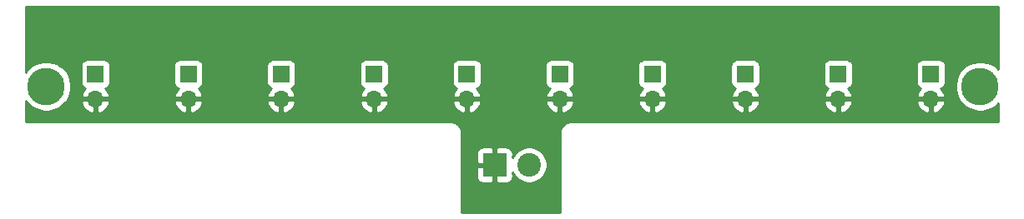
<source format=gbr>
G04 #@! TF.GenerationSoftware,KiCad,Pcbnew,(5.1.4)-1*
G04 #@! TF.CreationDate,2020-01-13T14:58:16-05:00*
G04 #@! TF.ProjectId,IRPanel,49525061-6e65-46c2-9e6b-696361645f70,rev?*
G04 #@! TF.SameCoordinates,Original*
G04 #@! TF.FileFunction,Copper,L2,Bot*
G04 #@! TF.FilePolarity,Positive*
%FSLAX46Y46*%
G04 Gerber Fmt 4.6, Leading zero omitted, Abs format (unit mm)*
G04 Created by KiCad (PCBNEW (5.1.4)-1) date 2020-01-13 14:58:16*
%MOMM*%
%LPD*%
G04 APERTURE LIST*
%ADD10O,1.700000X1.700000*%
%ADD11R,1.700000X1.700000*%
%ADD12C,3.800000*%
%ADD13C,2.400000*%
%ADD14R,2.400000X2.400000*%
%ADD15C,0.800000*%
%ADD16C,0.254000*%
G04 APERTURE END LIST*
D10*
X195250000Y-86040000D03*
D11*
X195250000Y-83500000D03*
D10*
X185833328Y-86040000D03*
D11*
X185833328Y-83500000D03*
D12*
X105500000Y-84750000D03*
X200250000Y-84750000D03*
D10*
X176416662Y-86040000D03*
D11*
X176416662Y-83500000D03*
D10*
X166999996Y-86040000D03*
D11*
X166999996Y-83500000D03*
D10*
X157583330Y-86040000D03*
D11*
X157583330Y-83500000D03*
D10*
X148166664Y-86040000D03*
D11*
X148166664Y-83500000D03*
D10*
X138749998Y-86040000D03*
D11*
X138749998Y-83500000D03*
D10*
X129333332Y-86040000D03*
D11*
X129333332Y-83500000D03*
D13*
X154500000Y-92750000D03*
D14*
X151000000Y-92750000D03*
D10*
X119916666Y-86040000D03*
D11*
X119916666Y-83500000D03*
D10*
X110500000Y-86040000D03*
D11*
X110500000Y-83500000D03*
D15*
X110490000Y-80250000D03*
X120470000Y-80250000D03*
X130450000Y-80250000D03*
X140430000Y-80250000D03*
X150410000Y-80250000D03*
X160390000Y-80250000D03*
X170370000Y-80250000D03*
X180350000Y-80250000D03*
X190330000Y-80250000D03*
X200310000Y-80250000D03*
D16*
G36*
X202090001Y-83004970D02*
G01*
X201865968Y-82780937D01*
X201450773Y-82503512D01*
X200989432Y-82312418D01*
X200499676Y-82215000D01*
X200000324Y-82215000D01*
X199510568Y-82312418D01*
X199049227Y-82503512D01*
X198634032Y-82780937D01*
X198280937Y-83134032D01*
X198003512Y-83549227D01*
X197812418Y-84010568D01*
X197715000Y-84500324D01*
X197715000Y-84999676D01*
X197812418Y-85489432D01*
X198003512Y-85950773D01*
X198280937Y-86365968D01*
X198634032Y-86719063D01*
X199049227Y-86996488D01*
X199510568Y-87187582D01*
X200000324Y-87285000D01*
X200499676Y-87285000D01*
X200989432Y-87187582D01*
X201450773Y-86996488D01*
X201865968Y-86719063D01*
X202090001Y-86495030D01*
X202090001Y-88340000D01*
X158717581Y-88340000D01*
X158689671Y-88342749D01*
X158686693Y-88342728D01*
X158677522Y-88343627D01*
X158629360Y-88348689D01*
X158620617Y-88349550D01*
X158620325Y-88349638D01*
X158580473Y-88353827D01*
X158521854Y-88365860D01*
X158463116Y-88377064D01*
X158454294Y-88379728D01*
X158361075Y-88408584D01*
X158305937Y-88431762D01*
X158250463Y-88454175D01*
X158242334Y-88458498D01*
X158242330Y-88458500D01*
X158242327Y-88458502D01*
X158156489Y-88504915D01*
X158106913Y-88538355D01*
X158056844Y-88571119D01*
X158049703Y-88576943D01*
X157974514Y-88639145D01*
X157932361Y-88681594D01*
X157889629Y-88723439D01*
X157883755Y-88730540D01*
X157822079Y-88806161D01*
X157788988Y-88855966D01*
X157755174Y-88905350D01*
X157750792Y-88913456D01*
X157704980Y-88999617D01*
X157682191Y-89054909D01*
X157658622Y-89109898D01*
X157655897Y-89118701D01*
X157627692Y-89212119D01*
X157616067Y-89270826D01*
X157603635Y-89329316D01*
X157602673Y-89338470D01*
X157602672Y-89338476D01*
X157602672Y-89338481D01*
X157593150Y-89435598D01*
X157590000Y-89467582D01*
X157590001Y-97590000D01*
X147660000Y-97590000D01*
X147660000Y-93950000D01*
X149161928Y-93950000D01*
X149174188Y-94074482D01*
X149210498Y-94194180D01*
X149269463Y-94304494D01*
X149348815Y-94401185D01*
X149445506Y-94480537D01*
X149555820Y-94539502D01*
X149675518Y-94575812D01*
X149800000Y-94588072D01*
X150714250Y-94585000D01*
X150873000Y-94426250D01*
X150873000Y-92877000D01*
X149323750Y-92877000D01*
X149165000Y-93035750D01*
X149161928Y-93950000D01*
X147660000Y-93950000D01*
X147660000Y-91550000D01*
X149161928Y-91550000D01*
X149165000Y-92464250D01*
X149323750Y-92623000D01*
X150873000Y-92623000D01*
X150873000Y-91073750D01*
X151127000Y-91073750D01*
X151127000Y-92623000D01*
X151147000Y-92623000D01*
X151147000Y-92877000D01*
X151127000Y-92877000D01*
X151127000Y-94426250D01*
X151285750Y-94585000D01*
X152200000Y-94588072D01*
X152324482Y-94575812D01*
X152444180Y-94539502D01*
X152554494Y-94480537D01*
X152651185Y-94401185D01*
X152730537Y-94304494D01*
X152789502Y-94194180D01*
X152825812Y-94074482D01*
X152838072Y-93950000D01*
X152836659Y-93529426D01*
X152873844Y-93619199D01*
X153074662Y-93919744D01*
X153330256Y-94175338D01*
X153630801Y-94376156D01*
X153964750Y-94514482D01*
X154319268Y-94585000D01*
X154680732Y-94585000D01*
X155035250Y-94514482D01*
X155369199Y-94376156D01*
X155669744Y-94175338D01*
X155925338Y-93919744D01*
X156126156Y-93619199D01*
X156264482Y-93285250D01*
X156335000Y-92930732D01*
X156335000Y-92569268D01*
X156264482Y-92214750D01*
X156126156Y-91880801D01*
X155925338Y-91580256D01*
X155669744Y-91324662D01*
X155369199Y-91123844D01*
X155035250Y-90985518D01*
X154680732Y-90915000D01*
X154319268Y-90915000D01*
X153964750Y-90985518D01*
X153630801Y-91123844D01*
X153330256Y-91324662D01*
X153074662Y-91580256D01*
X152873844Y-91880801D01*
X152836659Y-91970574D01*
X152838072Y-91550000D01*
X152825812Y-91425518D01*
X152789502Y-91305820D01*
X152730537Y-91195506D01*
X152651185Y-91098815D01*
X152554494Y-91019463D01*
X152444180Y-90960498D01*
X152324482Y-90924188D01*
X152200000Y-90911928D01*
X151285750Y-90915000D01*
X151127000Y-91073750D01*
X150873000Y-91073750D01*
X150714250Y-90915000D01*
X149800000Y-90911928D01*
X149675518Y-90924188D01*
X149555820Y-90960498D01*
X149445506Y-91019463D01*
X149348815Y-91098815D01*
X149269463Y-91195506D01*
X149210498Y-91305820D01*
X149174188Y-91425518D01*
X149161928Y-91550000D01*
X147660000Y-91550000D01*
X147660000Y-89467581D01*
X147657251Y-89439671D01*
X147657272Y-89436693D01*
X147656373Y-89427522D01*
X147651311Y-89379360D01*
X147650450Y-89370617D01*
X147650362Y-89370325D01*
X147646173Y-89330473D01*
X147634140Y-89271854D01*
X147622936Y-89213116D01*
X147620272Y-89204294D01*
X147591416Y-89111075D01*
X147568238Y-89055937D01*
X147545825Y-89000463D01*
X147541498Y-88992327D01*
X147495085Y-88906489D01*
X147461645Y-88856913D01*
X147428881Y-88806844D01*
X147423057Y-88799703D01*
X147360855Y-88724514D01*
X147318406Y-88682361D01*
X147276561Y-88639629D01*
X147269460Y-88633755D01*
X147193839Y-88572079D01*
X147144034Y-88538988D01*
X147094650Y-88505174D01*
X147086544Y-88500792D01*
X147000383Y-88454980D01*
X146945091Y-88432191D01*
X146890102Y-88408622D01*
X146881299Y-88405897D01*
X146787881Y-88377692D01*
X146729174Y-88366067D01*
X146670684Y-88353635D01*
X146661530Y-88352673D01*
X146661524Y-88352672D01*
X146661519Y-88352672D01*
X146564402Y-88343150D01*
X146532419Y-88340000D01*
X103410000Y-88340000D01*
X103410000Y-86184973D01*
X103530937Y-86365968D01*
X103884032Y-86719063D01*
X104299227Y-86996488D01*
X104760568Y-87187582D01*
X105250324Y-87285000D01*
X105749676Y-87285000D01*
X106239432Y-87187582D01*
X106700773Y-86996488D01*
X107115968Y-86719063D01*
X107438141Y-86396890D01*
X109058524Y-86396890D01*
X109103175Y-86544099D01*
X109228359Y-86806920D01*
X109402412Y-87040269D01*
X109618645Y-87235178D01*
X109868748Y-87384157D01*
X110143109Y-87481481D01*
X110373000Y-87360814D01*
X110373000Y-86167000D01*
X110627000Y-86167000D01*
X110627000Y-87360814D01*
X110856891Y-87481481D01*
X111131252Y-87384157D01*
X111381355Y-87235178D01*
X111597588Y-87040269D01*
X111771641Y-86806920D01*
X111896825Y-86544099D01*
X111941476Y-86396890D01*
X118475190Y-86396890D01*
X118519841Y-86544099D01*
X118645025Y-86806920D01*
X118819078Y-87040269D01*
X119035311Y-87235178D01*
X119285414Y-87384157D01*
X119559775Y-87481481D01*
X119789666Y-87360814D01*
X119789666Y-86167000D01*
X120043666Y-86167000D01*
X120043666Y-87360814D01*
X120273557Y-87481481D01*
X120547918Y-87384157D01*
X120798021Y-87235178D01*
X121014254Y-87040269D01*
X121188307Y-86806920D01*
X121313491Y-86544099D01*
X121358142Y-86396890D01*
X127891856Y-86396890D01*
X127936507Y-86544099D01*
X128061691Y-86806920D01*
X128235744Y-87040269D01*
X128451977Y-87235178D01*
X128702080Y-87384157D01*
X128976441Y-87481481D01*
X129206332Y-87360814D01*
X129206332Y-86167000D01*
X129460332Y-86167000D01*
X129460332Y-87360814D01*
X129690223Y-87481481D01*
X129964584Y-87384157D01*
X130214687Y-87235178D01*
X130430920Y-87040269D01*
X130604973Y-86806920D01*
X130730157Y-86544099D01*
X130774808Y-86396890D01*
X137308522Y-86396890D01*
X137353173Y-86544099D01*
X137478357Y-86806920D01*
X137652410Y-87040269D01*
X137868643Y-87235178D01*
X138118746Y-87384157D01*
X138393107Y-87481481D01*
X138622998Y-87360814D01*
X138622998Y-86167000D01*
X138876998Y-86167000D01*
X138876998Y-87360814D01*
X139106889Y-87481481D01*
X139381250Y-87384157D01*
X139631353Y-87235178D01*
X139847586Y-87040269D01*
X140021639Y-86806920D01*
X140146823Y-86544099D01*
X140191474Y-86396890D01*
X146725188Y-86396890D01*
X146769839Y-86544099D01*
X146895023Y-86806920D01*
X147069076Y-87040269D01*
X147285309Y-87235178D01*
X147535412Y-87384157D01*
X147809773Y-87481481D01*
X148039664Y-87360814D01*
X148039664Y-86167000D01*
X148293664Y-86167000D01*
X148293664Y-87360814D01*
X148523555Y-87481481D01*
X148797916Y-87384157D01*
X149048019Y-87235178D01*
X149264252Y-87040269D01*
X149438305Y-86806920D01*
X149563489Y-86544099D01*
X149608140Y-86396890D01*
X156141854Y-86396890D01*
X156186505Y-86544099D01*
X156311689Y-86806920D01*
X156485742Y-87040269D01*
X156701975Y-87235178D01*
X156952078Y-87384157D01*
X157226439Y-87481481D01*
X157456330Y-87360814D01*
X157456330Y-86167000D01*
X157710330Y-86167000D01*
X157710330Y-87360814D01*
X157940221Y-87481481D01*
X158214582Y-87384157D01*
X158464685Y-87235178D01*
X158680918Y-87040269D01*
X158854971Y-86806920D01*
X158980155Y-86544099D01*
X159024806Y-86396890D01*
X165558520Y-86396890D01*
X165603171Y-86544099D01*
X165728355Y-86806920D01*
X165902408Y-87040269D01*
X166118641Y-87235178D01*
X166368744Y-87384157D01*
X166643105Y-87481481D01*
X166872996Y-87360814D01*
X166872996Y-86167000D01*
X167126996Y-86167000D01*
X167126996Y-87360814D01*
X167356887Y-87481481D01*
X167631248Y-87384157D01*
X167881351Y-87235178D01*
X168097584Y-87040269D01*
X168271637Y-86806920D01*
X168396821Y-86544099D01*
X168441472Y-86396890D01*
X174975186Y-86396890D01*
X175019837Y-86544099D01*
X175145021Y-86806920D01*
X175319074Y-87040269D01*
X175535307Y-87235178D01*
X175785410Y-87384157D01*
X176059771Y-87481481D01*
X176289662Y-87360814D01*
X176289662Y-86167000D01*
X176543662Y-86167000D01*
X176543662Y-87360814D01*
X176773553Y-87481481D01*
X177047914Y-87384157D01*
X177298017Y-87235178D01*
X177514250Y-87040269D01*
X177688303Y-86806920D01*
X177813487Y-86544099D01*
X177858138Y-86396890D01*
X184391852Y-86396890D01*
X184436503Y-86544099D01*
X184561687Y-86806920D01*
X184735740Y-87040269D01*
X184951973Y-87235178D01*
X185202076Y-87384157D01*
X185476437Y-87481481D01*
X185706328Y-87360814D01*
X185706328Y-86167000D01*
X185960328Y-86167000D01*
X185960328Y-87360814D01*
X186190219Y-87481481D01*
X186464580Y-87384157D01*
X186714683Y-87235178D01*
X186930916Y-87040269D01*
X187104969Y-86806920D01*
X187230153Y-86544099D01*
X187274804Y-86396890D01*
X193808524Y-86396890D01*
X193853175Y-86544099D01*
X193978359Y-86806920D01*
X194152412Y-87040269D01*
X194368645Y-87235178D01*
X194618748Y-87384157D01*
X194893109Y-87481481D01*
X195123000Y-87360814D01*
X195123000Y-86167000D01*
X195377000Y-86167000D01*
X195377000Y-87360814D01*
X195606891Y-87481481D01*
X195881252Y-87384157D01*
X196131355Y-87235178D01*
X196347588Y-87040269D01*
X196521641Y-86806920D01*
X196646825Y-86544099D01*
X196691476Y-86396890D01*
X196570155Y-86167000D01*
X195377000Y-86167000D01*
X195123000Y-86167000D01*
X193929845Y-86167000D01*
X193808524Y-86396890D01*
X187274804Y-86396890D01*
X187153483Y-86167000D01*
X185960328Y-86167000D01*
X185706328Y-86167000D01*
X184513173Y-86167000D01*
X184391852Y-86396890D01*
X177858138Y-86396890D01*
X177736817Y-86167000D01*
X176543662Y-86167000D01*
X176289662Y-86167000D01*
X175096507Y-86167000D01*
X174975186Y-86396890D01*
X168441472Y-86396890D01*
X168320151Y-86167000D01*
X167126996Y-86167000D01*
X166872996Y-86167000D01*
X165679841Y-86167000D01*
X165558520Y-86396890D01*
X159024806Y-86396890D01*
X158903485Y-86167000D01*
X157710330Y-86167000D01*
X157456330Y-86167000D01*
X156263175Y-86167000D01*
X156141854Y-86396890D01*
X149608140Y-86396890D01*
X149486819Y-86167000D01*
X148293664Y-86167000D01*
X148039664Y-86167000D01*
X146846509Y-86167000D01*
X146725188Y-86396890D01*
X140191474Y-86396890D01*
X140070153Y-86167000D01*
X138876998Y-86167000D01*
X138622998Y-86167000D01*
X137429843Y-86167000D01*
X137308522Y-86396890D01*
X130774808Y-86396890D01*
X130653487Y-86167000D01*
X129460332Y-86167000D01*
X129206332Y-86167000D01*
X128013177Y-86167000D01*
X127891856Y-86396890D01*
X121358142Y-86396890D01*
X121236821Y-86167000D01*
X120043666Y-86167000D01*
X119789666Y-86167000D01*
X118596511Y-86167000D01*
X118475190Y-86396890D01*
X111941476Y-86396890D01*
X111820155Y-86167000D01*
X110627000Y-86167000D01*
X110373000Y-86167000D01*
X109179845Y-86167000D01*
X109058524Y-86396890D01*
X107438141Y-86396890D01*
X107469063Y-86365968D01*
X107746488Y-85950773D01*
X107937582Y-85489432D01*
X108035000Y-84999676D01*
X108035000Y-84500324D01*
X107937582Y-84010568D01*
X107746488Y-83549227D01*
X107469063Y-83134032D01*
X107115968Y-82780937D01*
X106920008Y-82650000D01*
X109011928Y-82650000D01*
X109011928Y-84350000D01*
X109024188Y-84474482D01*
X109060498Y-84594180D01*
X109119463Y-84704494D01*
X109198815Y-84801185D01*
X109295506Y-84880537D01*
X109405820Y-84939502D01*
X109486466Y-84963966D01*
X109402412Y-85039731D01*
X109228359Y-85273080D01*
X109103175Y-85535901D01*
X109058524Y-85683110D01*
X109179845Y-85913000D01*
X110373000Y-85913000D01*
X110373000Y-85893000D01*
X110627000Y-85893000D01*
X110627000Y-85913000D01*
X111820155Y-85913000D01*
X111941476Y-85683110D01*
X111896825Y-85535901D01*
X111771641Y-85273080D01*
X111597588Y-85039731D01*
X111513534Y-84963966D01*
X111594180Y-84939502D01*
X111704494Y-84880537D01*
X111801185Y-84801185D01*
X111880537Y-84704494D01*
X111939502Y-84594180D01*
X111975812Y-84474482D01*
X111988072Y-84350000D01*
X111988072Y-82650000D01*
X118428594Y-82650000D01*
X118428594Y-84350000D01*
X118440854Y-84474482D01*
X118477164Y-84594180D01*
X118536129Y-84704494D01*
X118615481Y-84801185D01*
X118712172Y-84880537D01*
X118822486Y-84939502D01*
X118903132Y-84963966D01*
X118819078Y-85039731D01*
X118645025Y-85273080D01*
X118519841Y-85535901D01*
X118475190Y-85683110D01*
X118596511Y-85913000D01*
X119789666Y-85913000D01*
X119789666Y-85893000D01*
X120043666Y-85893000D01*
X120043666Y-85913000D01*
X121236821Y-85913000D01*
X121358142Y-85683110D01*
X121313491Y-85535901D01*
X121188307Y-85273080D01*
X121014254Y-85039731D01*
X120930200Y-84963966D01*
X121010846Y-84939502D01*
X121121160Y-84880537D01*
X121217851Y-84801185D01*
X121297203Y-84704494D01*
X121356168Y-84594180D01*
X121392478Y-84474482D01*
X121404738Y-84350000D01*
X121404738Y-82650000D01*
X127845260Y-82650000D01*
X127845260Y-84350000D01*
X127857520Y-84474482D01*
X127893830Y-84594180D01*
X127952795Y-84704494D01*
X128032147Y-84801185D01*
X128128838Y-84880537D01*
X128239152Y-84939502D01*
X128319798Y-84963966D01*
X128235744Y-85039731D01*
X128061691Y-85273080D01*
X127936507Y-85535901D01*
X127891856Y-85683110D01*
X128013177Y-85913000D01*
X129206332Y-85913000D01*
X129206332Y-85893000D01*
X129460332Y-85893000D01*
X129460332Y-85913000D01*
X130653487Y-85913000D01*
X130774808Y-85683110D01*
X130730157Y-85535901D01*
X130604973Y-85273080D01*
X130430920Y-85039731D01*
X130346866Y-84963966D01*
X130427512Y-84939502D01*
X130537826Y-84880537D01*
X130634517Y-84801185D01*
X130713869Y-84704494D01*
X130772834Y-84594180D01*
X130809144Y-84474482D01*
X130821404Y-84350000D01*
X130821404Y-82650000D01*
X137261926Y-82650000D01*
X137261926Y-84350000D01*
X137274186Y-84474482D01*
X137310496Y-84594180D01*
X137369461Y-84704494D01*
X137448813Y-84801185D01*
X137545504Y-84880537D01*
X137655818Y-84939502D01*
X137736464Y-84963966D01*
X137652410Y-85039731D01*
X137478357Y-85273080D01*
X137353173Y-85535901D01*
X137308522Y-85683110D01*
X137429843Y-85913000D01*
X138622998Y-85913000D01*
X138622998Y-85893000D01*
X138876998Y-85893000D01*
X138876998Y-85913000D01*
X140070153Y-85913000D01*
X140191474Y-85683110D01*
X140146823Y-85535901D01*
X140021639Y-85273080D01*
X139847586Y-85039731D01*
X139763532Y-84963966D01*
X139844178Y-84939502D01*
X139954492Y-84880537D01*
X140051183Y-84801185D01*
X140130535Y-84704494D01*
X140189500Y-84594180D01*
X140225810Y-84474482D01*
X140238070Y-84350000D01*
X140238070Y-82650000D01*
X146678592Y-82650000D01*
X146678592Y-84350000D01*
X146690852Y-84474482D01*
X146727162Y-84594180D01*
X146786127Y-84704494D01*
X146865479Y-84801185D01*
X146962170Y-84880537D01*
X147072484Y-84939502D01*
X147153130Y-84963966D01*
X147069076Y-85039731D01*
X146895023Y-85273080D01*
X146769839Y-85535901D01*
X146725188Y-85683110D01*
X146846509Y-85913000D01*
X148039664Y-85913000D01*
X148039664Y-85893000D01*
X148293664Y-85893000D01*
X148293664Y-85913000D01*
X149486819Y-85913000D01*
X149608140Y-85683110D01*
X149563489Y-85535901D01*
X149438305Y-85273080D01*
X149264252Y-85039731D01*
X149180198Y-84963966D01*
X149260844Y-84939502D01*
X149371158Y-84880537D01*
X149467849Y-84801185D01*
X149547201Y-84704494D01*
X149606166Y-84594180D01*
X149642476Y-84474482D01*
X149654736Y-84350000D01*
X149654736Y-82650000D01*
X156095258Y-82650000D01*
X156095258Y-84350000D01*
X156107518Y-84474482D01*
X156143828Y-84594180D01*
X156202793Y-84704494D01*
X156282145Y-84801185D01*
X156378836Y-84880537D01*
X156489150Y-84939502D01*
X156569796Y-84963966D01*
X156485742Y-85039731D01*
X156311689Y-85273080D01*
X156186505Y-85535901D01*
X156141854Y-85683110D01*
X156263175Y-85913000D01*
X157456330Y-85913000D01*
X157456330Y-85893000D01*
X157710330Y-85893000D01*
X157710330Y-85913000D01*
X158903485Y-85913000D01*
X159024806Y-85683110D01*
X158980155Y-85535901D01*
X158854971Y-85273080D01*
X158680918Y-85039731D01*
X158596864Y-84963966D01*
X158677510Y-84939502D01*
X158787824Y-84880537D01*
X158884515Y-84801185D01*
X158963867Y-84704494D01*
X159022832Y-84594180D01*
X159059142Y-84474482D01*
X159071402Y-84350000D01*
X159071402Y-82650000D01*
X165511924Y-82650000D01*
X165511924Y-84350000D01*
X165524184Y-84474482D01*
X165560494Y-84594180D01*
X165619459Y-84704494D01*
X165698811Y-84801185D01*
X165795502Y-84880537D01*
X165905816Y-84939502D01*
X165986462Y-84963966D01*
X165902408Y-85039731D01*
X165728355Y-85273080D01*
X165603171Y-85535901D01*
X165558520Y-85683110D01*
X165679841Y-85913000D01*
X166872996Y-85913000D01*
X166872996Y-85893000D01*
X167126996Y-85893000D01*
X167126996Y-85913000D01*
X168320151Y-85913000D01*
X168441472Y-85683110D01*
X168396821Y-85535901D01*
X168271637Y-85273080D01*
X168097584Y-85039731D01*
X168013530Y-84963966D01*
X168094176Y-84939502D01*
X168204490Y-84880537D01*
X168301181Y-84801185D01*
X168380533Y-84704494D01*
X168439498Y-84594180D01*
X168475808Y-84474482D01*
X168488068Y-84350000D01*
X168488068Y-82650000D01*
X174928590Y-82650000D01*
X174928590Y-84350000D01*
X174940850Y-84474482D01*
X174977160Y-84594180D01*
X175036125Y-84704494D01*
X175115477Y-84801185D01*
X175212168Y-84880537D01*
X175322482Y-84939502D01*
X175403128Y-84963966D01*
X175319074Y-85039731D01*
X175145021Y-85273080D01*
X175019837Y-85535901D01*
X174975186Y-85683110D01*
X175096507Y-85913000D01*
X176289662Y-85913000D01*
X176289662Y-85893000D01*
X176543662Y-85893000D01*
X176543662Y-85913000D01*
X177736817Y-85913000D01*
X177858138Y-85683110D01*
X177813487Y-85535901D01*
X177688303Y-85273080D01*
X177514250Y-85039731D01*
X177430196Y-84963966D01*
X177510842Y-84939502D01*
X177621156Y-84880537D01*
X177717847Y-84801185D01*
X177797199Y-84704494D01*
X177856164Y-84594180D01*
X177892474Y-84474482D01*
X177904734Y-84350000D01*
X177904734Y-82650000D01*
X184345256Y-82650000D01*
X184345256Y-84350000D01*
X184357516Y-84474482D01*
X184393826Y-84594180D01*
X184452791Y-84704494D01*
X184532143Y-84801185D01*
X184628834Y-84880537D01*
X184739148Y-84939502D01*
X184819794Y-84963966D01*
X184735740Y-85039731D01*
X184561687Y-85273080D01*
X184436503Y-85535901D01*
X184391852Y-85683110D01*
X184513173Y-85913000D01*
X185706328Y-85913000D01*
X185706328Y-85893000D01*
X185960328Y-85893000D01*
X185960328Y-85913000D01*
X187153483Y-85913000D01*
X187274804Y-85683110D01*
X187230153Y-85535901D01*
X187104969Y-85273080D01*
X186930916Y-85039731D01*
X186846862Y-84963966D01*
X186927508Y-84939502D01*
X187037822Y-84880537D01*
X187134513Y-84801185D01*
X187213865Y-84704494D01*
X187272830Y-84594180D01*
X187309140Y-84474482D01*
X187321400Y-84350000D01*
X187321400Y-82650000D01*
X193761928Y-82650000D01*
X193761928Y-84350000D01*
X193774188Y-84474482D01*
X193810498Y-84594180D01*
X193869463Y-84704494D01*
X193948815Y-84801185D01*
X194045506Y-84880537D01*
X194155820Y-84939502D01*
X194236466Y-84963966D01*
X194152412Y-85039731D01*
X193978359Y-85273080D01*
X193853175Y-85535901D01*
X193808524Y-85683110D01*
X193929845Y-85913000D01*
X195123000Y-85913000D01*
X195123000Y-85893000D01*
X195377000Y-85893000D01*
X195377000Y-85913000D01*
X196570155Y-85913000D01*
X196691476Y-85683110D01*
X196646825Y-85535901D01*
X196521641Y-85273080D01*
X196347588Y-85039731D01*
X196263534Y-84963966D01*
X196344180Y-84939502D01*
X196454494Y-84880537D01*
X196551185Y-84801185D01*
X196630537Y-84704494D01*
X196689502Y-84594180D01*
X196725812Y-84474482D01*
X196738072Y-84350000D01*
X196738072Y-82650000D01*
X196725812Y-82525518D01*
X196689502Y-82405820D01*
X196630537Y-82295506D01*
X196551185Y-82198815D01*
X196454494Y-82119463D01*
X196344180Y-82060498D01*
X196224482Y-82024188D01*
X196100000Y-82011928D01*
X194400000Y-82011928D01*
X194275518Y-82024188D01*
X194155820Y-82060498D01*
X194045506Y-82119463D01*
X193948815Y-82198815D01*
X193869463Y-82295506D01*
X193810498Y-82405820D01*
X193774188Y-82525518D01*
X193761928Y-82650000D01*
X187321400Y-82650000D01*
X187309140Y-82525518D01*
X187272830Y-82405820D01*
X187213865Y-82295506D01*
X187134513Y-82198815D01*
X187037822Y-82119463D01*
X186927508Y-82060498D01*
X186807810Y-82024188D01*
X186683328Y-82011928D01*
X184983328Y-82011928D01*
X184858846Y-82024188D01*
X184739148Y-82060498D01*
X184628834Y-82119463D01*
X184532143Y-82198815D01*
X184452791Y-82295506D01*
X184393826Y-82405820D01*
X184357516Y-82525518D01*
X184345256Y-82650000D01*
X177904734Y-82650000D01*
X177892474Y-82525518D01*
X177856164Y-82405820D01*
X177797199Y-82295506D01*
X177717847Y-82198815D01*
X177621156Y-82119463D01*
X177510842Y-82060498D01*
X177391144Y-82024188D01*
X177266662Y-82011928D01*
X175566662Y-82011928D01*
X175442180Y-82024188D01*
X175322482Y-82060498D01*
X175212168Y-82119463D01*
X175115477Y-82198815D01*
X175036125Y-82295506D01*
X174977160Y-82405820D01*
X174940850Y-82525518D01*
X174928590Y-82650000D01*
X168488068Y-82650000D01*
X168475808Y-82525518D01*
X168439498Y-82405820D01*
X168380533Y-82295506D01*
X168301181Y-82198815D01*
X168204490Y-82119463D01*
X168094176Y-82060498D01*
X167974478Y-82024188D01*
X167849996Y-82011928D01*
X166149996Y-82011928D01*
X166025514Y-82024188D01*
X165905816Y-82060498D01*
X165795502Y-82119463D01*
X165698811Y-82198815D01*
X165619459Y-82295506D01*
X165560494Y-82405820D01*
X165524184Y-82525518D01*
X165511924Y-82650000D01*
X159071402Y-82650000D01*
X159059142Y-82525518D01*
X159022832Y-82405820D01*
X158963867Y-82295506D01*
X158884515Y-82198815D01*
X158787824Y-82119463D01*
X158677510Y-82060498D01*
X158557812Y-82024188D01*
X158433330Y-82011928D01*
X156733330Y-82011928D01*
X156608848Y-82024188D01*
X156489150Y-82060498D01*
X156378836Y-82119463D01*
X156282145Y-82198815D01*
X156202793Y-82295506D01*
X156143828Y-82405820D01*
X156107518Y-82525518D01*
X156095258Y-82650000D01*
X149654736Y-82650000D01*
X149642476Y-82525518D01*
X149606166Y-82405820D01*
X149547201Y-82295506D01*
X149467849Y-82198815D01*
X149371158Y-82119463D01*
X149260844Y-82060498D01*
X149141146Y-82024188D01*
X149016664Y-82011928D01*
X147316664Y-82011928D01*
X147192182Y-82024188D01*
X147072484Y-82060498D01*
X146962170Y-82119463D01*
X146865479Y-82198815D01*
X146786127Y-82295506D01*
X146727162Y-82405820D01*
X146690852Y-82525518D01*
X146678592Y-82650000D01*
X140238070Y-82650000D01*
X140225810Y-82525518D01*
X140189500Y-82405820D01*
X140130535Y-82295506D01*
X140051183Y-82198815D01*
X139954492Y-82119463D01*
X139844178Y-82060498D01*
X139724480Y-82024188D01*
X139599998Y-82011928D01*
X137899998Y-82011928D01*
X137775516Y-82024188D01*
X137655818Y-82060498D01*
X137545504Y-82119463D01*
X137448813Y-82198815D01*
X137369461Y-82295506D01*
X137310496Y-82405820D01*
X137274186Y-82525518D01*
X137261926Y-82650000D01*
X130821404Y-82650000D01*
X130809144Y-82525518D01*
X130772834Y-82405820D01*
X130713869Y-82295506D01*
X130634517Y-82198815D01*
X130537826Y-82119463D01*
X130427512Y-82060498D01*
X130307814Y-82024188D01*
X130183332Y-82011928D01*
X128483332Y-82011928D01*
X128358850Y-82024188D01*
X128239152Y-82060498D01*
X128128838Y-82119463D01*
X128032147Y-82198815D01*
X127952795Y-82295506D01*
X127893830Y-82405820D01*
X127857520Y-82525518D01*
X127845260Y-82650000D01*
X121404738Y-82650000D01*
X121392478Y-82525518D01*
X121356168Y-82405820D01*
X121297203Y-82295506D01*
X121217851Y-82198815D01*
X121121160Y-82119463D01*
X121010846Y-82060498D01*
X120891148Y-82024188D01*
X120766666Y-82011928D01*
X119066666Y-82011928D01*
X118942184Y-82024188D01*
X118822486Y-82060498D01*
X118712172Y-82119463D01*
X118615481Y-82198815D01*
X118536129Y-82295506D01*
X118477164Y-82405820D01*
X118440854Y-82525518D01*
X118428594Y-82650000D01*
X111988072Y-82650000D01*
X111975812Y-82525518D01*
X111939502Y-82405820D01*
X111880537Y-82295506D01*
X111801185Y-82198815D01*
X111704494Y-82119463D01*
X111594180Y-82060498D01*
X111474482Y-82024188D01*
X111350000Y-82011928D01*
X109650000Y-82011928D01*
X109525518Y-82024188D01*
X109405820Y-82060498D01*
X109295506Y-82119463D01*
X109198815Y-82198815D01*
X109119463Y-82295506D01*
X109060498Y-82405820D01*
X109024188Y-82525518D01*
X109011928Y-82650000D01*
X106920008Y-82650000D01*
X106700773Y-82503512D01*
X106239432Y-82312418D01*
X105749676Y-82215000D01*
X105250324Y-82215000D01*
X104760568Y-82312418D01*
X104299227Y-82503512D01*
X103884032Y-82780937D01*
X103530937Y-83134032D01*
X103410000Y-83315027D01*
X103410000Y-76660000D01*
X202090000Y-76660000D01*
X202090001Y-83004970D01*
X202090001Y-83004970D01*
G37*
X202090001Y-83004970D02*
X201865968Y-82780937D01*
X201450773Y-82503512D01*
X200989432Y-82312418D01*
X200499676Y-82215000D01*
X200000324Y-82215000D01*
X199510568Y-82312418D01*
X199049227Y-82503512D01*
X198634032Y-82780937D01*
X198280937Y-83134032D01*
X198003512Y-83549227D01*
X197812418Y-84010568D01*
X197715000Y-84500324D01*
X197715000Y-84999676D01*
X197812418Y-85489432D01*
X198003512Y-85950773D01*
X198280937Y-86365968D01*
X198634032Y-86719063D01*
X199049227Y-86996488D01*
X199510568Y-87187582D01*
X200000324Y-87285000D01*
X200499676Y-87285000D01*
X200989432Y-87187582D01*
X201450773Y-86996488D01*
X201865968Y-86719063D01*
X202090001Y-86495030D01*
X202090001Y-88340000D01*
X158717581Y-88340000D01*
X158689671Y-88342749D01*
X158686693Y-88342728D01*
X158677522Y-88343627D01*
X158629360Y-88348689D01*
X158620617Y-88349550D01*
X158620325Y-88349638D01*
X158580473Y-88353827D01*
X158521854Y-88365860D01*
X158463116Y-88377064D01*
X158454294Y-88379728D01*
X158361075Y-88408584D01*
X158305937Y-88431762D01*
X158250463Y-88454175D01*
X158242334Y-88458498D01*
X158242330Y-88458500D01*
X158242327Y-88458502D01*
X158156489Y-88504915D01*
X158106913Y-88538355D01*
X158056844Y-88571119D01*
X158049703Y-88576943D01*
X157974514Y-88639145D01*
X157932361Y-88681594D01*
X157889629Y-88723439D01*
X157883755Y-88730540D01*
X157822079Y-88806161D01*
X157788988Y-88855966D01*
X157755174Y-88905350D01*
X157750792Y-88913456D01*
X157704980Y-88999617D01*
X157682191Y-89054909D01*
X157658622Y-89109898D01*
X157655897Y-89118701D01*
X157627692Y-89212119D01*
X157616067Y-89270826D01*
X157603635Y-89329316D01*
X157602673Y-89338470D01*
X157602672Y-89338476D01*
X157602672Y-89338481D01*
X157593150Y-89435598D01*
X157590000Y-89467582D01*
X157590001Y-97590000D01*
X147660000Y-97590000D01*
X147660000Y-93950000D01*
X149161928Y-93950000D01*
X149174188Y-94074482D01*
X149210498Y-94194180D01*
X149269463Y-94304494D01*
X149348815Y-94401185D01*
X149445506Y-94480537D01*
X149555820Y-94539502D01*
X149675518Y-94575812D01*
X149800000Y-94588072D01*
X150714250Y-94585000D01*
X150873000Y-94426250D01*
X150873000Y-92877000D01*
X149323750Y-92877000D01*
X149165000Y-93035750D01*
X149161928Y-93950000D01*
X147660000Y-93950000D01*
X147660000Y-91550000D01*
X149161928Y-91550000D01*
X149165000Y-92464250D01*
X149323750Y-92623000D01*
X150873000Y-92623000D01*
X150873000Y-91073750D01*
X151127000Y-91073750D01*
X151127000Y-92623000D01*
X151147000Y-92623000D01*
X151147000Y-92877000D01*
X151127000Y-92877000D01*
X151127000Y-94426250D01*
X151285750Y-94585000D01*
X152200000Y-94588072D01*
X152324482Y-94575812D01*
X152444180Y-94539502D01*
X152554494Y-94480537D01*
X152651185Y-94401185D01*
X152730537Y-94304494D01*
X152789502Y-94194180D01*
X152825812Y-94074482D01*
X152838072Y-93950000D01*
X152836659Y-93529426D01*
X152873844Y-93619199D01*
X153074662Y-93919744D01*
X153330256Y-94175338D01*
X153630801Y-94376156D01*
X153964750Y-94514482D01*
X154319268Y-94585000D01*
X154680732Y-94585000D01*
X155035250Y-94514482D01*
X155369199Y-94376156D01*
X155669744Y-94175338D01*
X155925338Y-93919744D01*
X156126156Y-93619199D01*
X156264482Y-93285250D01*
X156335000Y-92930732D01*
X156335000Y-92569268D01*
X156264482Y-92214750D01*
X156126156Y-91880801D01*
X155925338Y-91580256D01*
X155669744Y-91324662D01*
X155369199Y-91123844D01*
X155035250Y-90985518D01*
X154680732Y-90915000D01*
X154319268Y-90915000D01*
X153964750Y-90985518D01*
X153630801Y-91123844D01*
X153330256Y-91324662D01*
X153074662Y-91580256D01*
X152873844Y-91880801D01*
X152836659Y-91970574D01*
X152838072Y-91550000D01*
X152825812Y-91425518D01*
X152789502Y-91305820D01*
X152730537Y-91195506D01*
X152651185Y-91098815D01*
X152554494Y-91019463D01*
X152444180Y-90960498D01*
X152324482Y-90924188D01*
X152200000Y-90911928D01*
X151285750Y-90915000D01*
X151127000Y-91073750D01*
X150873000Y-91073750D01*
X150714250Y-90915000D01*
X149800000Y-90911928D01*
X149675518Y-90924188D01*
X149555820Y-90960498D01*
X149445506Y-91019463D01*
X149348815Y-91098815D01*
X149269463Y-91195506D01*
X149210498Y-91305820D01*
X149174188Y-91425518D01*
X149161928Y-91550000D01*
X147660000Y-91550000D01*
X147660000Y-89467581D01*
X147657251Y-89439671D01*
X147657272Y-89436693D01*
X147656373Y-89427522D01*
X147651311Y-89379360D01*
X147650450Y-89370617D01*
X147650362Y-89370325D01*
X147646173Y-89330473D01*
X147634140Y-89271854D01*
X147622936Y-89213116D01*
X147620272Y-89204294D01*
X147591416Y-89111075D01*
X147568238Y-89055937D01*
X147545825Y-89000463D01*
X147541498Y-88992327D01*
X147495085Y-88906489D01*
X147461645Y-88856913D01*
X147428881Y-88806844D01*
X147423057Y-88799703D01*
X147360855Y-88724514D01*
X147318406Y-88682361D01*
X147276561Y-88639629D01*
X147269460Y-88633755D01*
X147193839Y-88572079D01*
X147144034Y-88538988D01*
X147094650Y-88505174D01*
X147086544Y-88500792D01*
X147000383Y-88454980D01*
X146945091Y-88432191D01*
X146890102Y-88408622D01*
X146881299Y-88405897D01*
X146787881Y-88377692D01*
X146729174Y-88366067D01*
X146670684Y-88353635D01*
X146661530Y-88352673D01*
X146661524Y-88352672D01*
X146661519Y-88352672D01*
X146564402Y-88343150D01*
X146532419Y-88340000D01*
X103410000Y-88340000D01*
X103410000Y-86184973D01*
X103530937Y-86365968D01*
X103884032Y-86719063D01*
X104299227Y-86996488D01*
X104760568Y-87187582D01*
X105250324Y-87285000D01*
X105749676Y-87285000D01*
X106239432Y-87187582D01*
X106700773Y-86996488D01*
X107115968Y-86719063D01*
X107438141Y-86396890D01*
X109058524Y-86396890D01*
X109103175Y-86544099D01*
X109228359Y-86806920D01*
X109402412Y-87040269D01*
X109618645Y-87235178D01*
X109868748Y-87384157D01*
X110143109Y-87481481D01*
X110373000Y-87360814D01*
X110373000Y-86167000D01*
X110627000Y-86167000D01*
X110627000Y-87360814D01*
X110856891Y-87481481D01*
X111131252Y-87384157D01*
X111381355Y-87235178D01*
X111597588Y-87040269D01*
X111771641Y-86806920D01*
X111896825Y-86544099D01*
X111941476Y-86396890D01*
X118475190Y-86396890D01*
X118519841Y-86544099D01*
X118645025Y-86806920D01*
X118819078Y-87040269D01*
X119035311Y-87235178D01*
X119285414Y-87384157D01*
X119559775Y-87481481D01*
X119789666Y-87360814D01*
X119789666Y-86167000D01*
X120043666Y-86167000D01*
X120043666Y-87360814D01*
X120273557Y-87481481D01*
X120547918Y-87384157D01*
X120798021Y-87235178D01*
X121014254Y-87040269D01*
X121188307Y-86806920D01*
X121313491Y-86544099D01*
X121358142Y-86396890D01*
X127891856Y-86396890D01*
X127936507Y-86544099D01*
X128061691Y-86806920D01*
X128235744Y-87040269D01*
X128451977Y-87235178D01*
X128702080Y-87384157D01*
X128976441Y-87481481D01*
X129206332Y-87360814D01*
X129206332Y-86167000D01*
X129460332Y-86167000D01*
X129460332Y-87360814D01*
X129690223Y-87481481D01*
X129964584Y-87384157D01*
X130214687Y-87235178D01*
X130430920Y-87040269D01*
X130604973Y-86806920D01*
X130730157Y-86544099D01*
X130774808Y-86396890D01*
X137308522Y-86396890D01*
X137353173Y-86544099D01*
X137478357Y-86806920D01*
X137652410Y-87040269D01*
X137868643Y-87235178D01*
X138118746Y-87384157D01*
X138393107Y-87481481D01*
X138622998Y-87360814D01*
X138622998Y-86167000D01*
X138876998Y-86167000D01*
X138876998Y-87360814D01*
X139106889Y-87481481D01*
X139381250Y-87384157D01*
X139631353Y-87235178D01*
X139847586Y-87040269D01*
X140021639Y-86806920D01*
X140146823Y-86544099D01*
X140191474Y-86396890D01*
X146725188Y-86396890D01*
X146769839Y-86544099D01*
X146895023Y-86806920D01*
X147069076Y-87040269D01*
X147285309Y-87235178D01*
X147535412Y-87384157D01*
X147809773Y-87481481D01*
X148039664Y-87360814D01*
X148039664Y-86167000D01*
X148293664Y-86167000D01*
X148293664Y-87360814D01*
X148523555Y-87481481D01*
X148797916Y-87384157D01*
X149048019Y-87235178D01*
X149264252Y-87040269D01*
X149438305Y-86806920D01*
X149563489Y-86544099D01*
X149608140Y-86396890D01*
X156141854Y-86396890D01*
X156186505Y-86544099D01*
X156311689Y-86806920D01*
X156485742Y-87040269D01*
X156701975Y-87235178D01*
X156952078Y-87384157D01*
X157226439Y-87481481D01*
X157456330Y-87360814D01*
X157456330Y-86167000D01*
X157710330Y-86167000D01*
X157710330Y-87360814D01*
X157940221Y-87481481D01*
X158214582Y-87384157D01*
X158464685Y-87235178D01*
X158680918Y-87040269D01*
X158854971Y-86806920D01*
X158980155Y-86544099D01*
X159024806Y-86396890D01*
X165558520Y-86396890D01*
X165603171Y-86544099D01*
X165728355Y-86806920D01*
X165902408Y-87040269D01*
X166118641Y-87235178D01*
X166368744Y-87384157D01*
X166643105Y-87481481D01*
X166872996Y-87360814D01*
X166872996Y-86167000D01*
X167126996Y-86167000D01*
X167126996Y-87360814D01*
X167356887Y-87481481D01*
X167631248Y-87384157D01*
X167881351Y-87235178D01*
X168097584Y-87040269D01*
X168271637Y-86806920D01*
X168396821Y-86544099D01*
X168441472Y-86396890D01*
X174975186Y-86396890D01*
X175019837Y-86544099D01*
X175145021Y-86806920D01*
X175319074Y-87040269D01*
X175535307Y-87235178D01*
X175785410Y-87384157D01*
X176059771Y-87481481D01*
X176289662Y-87360814D01*
X176289662Y-86167000D01*
X176543662Y-86167000D01*
X176543662Y-87360814D01*
X176773553Y-87481481D01*
X177047914Y-87384157D01*
X177298017Y-87235178D01*
X177514250Y-87040269D01*
X177688303Y-86806920D01*
X177813487Y-86544099D01*
X177858138Y-86396890D01*
X184391852Y-86396890D01*
X184436503Y-86544099D01*
X184561687Y-86806920D01*
X184735740Y-87040269D01*
X184951973Y-87235178D01*
X185202076Y-87384157D01*
X185476437Y-87481481D01*
X185706328Y-87360814D01*
X185706328Y-86167000D01*
X185960328Y-86167000D01*
X185960328Y-87360814D01*
X186190219Y-87481481D01*
X186464580Y-87384157D01*
X186714683Y-87235178D01*
X186930916Y-87040269D01*
X187104969Y-86806920D01*
X187230153Y-86544099D01*
X187274804Y-86396890D01*
X193808524Y-86396890D01*
X193853175Y-86544099D01*
X193978359Y-86806920D01*
X194152412Y-87040269D01*
X194368645Y-87235178D01*
X194618748Y-87384157D01*
X194893109Y-87481481D01*
X195123000Y-87360814D01*
X195123000Y-86167000D01*
X195377000Y-86167000D01*
X195377000Y-87360814D01*
X195606891Y-87481481D01*
X195881252Y-87384157D01*
X196131355Y-87235178D01*
X196347588Y-87040269D01*
X196521641Y-86806920D01*
X196646825Y-86544099D01*
X196691476Y-86396890D01*
X196570155Y-86167000D01*
X195377000Y-86167000D01*
X195123000Y-86167000D01*
X193929845Y-86167000D01*
X193808524Y-86396890D01*
X187274804Y-86396890D01*
X187153483Y-86167000D01*
X185960328Y-86167000D01*
X185706328Y-86167000D01*
X184513173Y-86167000D01*
X184391852Y-86396890D01*
X177858138Y-86396890D01*
X177736817Y-86167000D01*
X176543662Y-86167000D01*
X176289662Y-86167000D01*
X175096507Y-86167000D01*
X174975186Y-86396890D01*
X168441472Y-86396890D01*
X168320151Y-86167000D01*
X167126996Y-86167000D01*
X166872996Y-86167000D01*
X165679841Y-86167000D01*
X165558520Y-86396890D01*
X159024806Y-86396890D01*
X158903485Y-86167000D01*
X157710330Y-86167000D01*
X157456330Y-86167000D01*
X156263175Y-86167000D01*
X156141854Y-86396890D01*
X149608140Y-86396890D01*
X149486819Y-86167000D01*
X148293664Y-86167000D01*
X148039664Y-86167000D01*
X146846509Y-86167000D01*
X146725188Y-86396890D01*
X140191474Y-86396890D01*
X140070153Y-86167000D01*
X138876998Y-86167000D01*
X138622998Y-86167000D01*
X137429843Y-86167000D01*
X137308522Y-86396890D01*
X130774808Y-86396890D01*
X130653487Y-86167000D01*
X129460332Y-86167000D01*
X129206332Y-86167000D01*
X128013177Y-86167000D01*
X127891856Y-86396890D01*
X121358142Y-86396890D01*
X121236821Y-86167000D01*
X120043666Y-86167000D01*
X119789666Y-86167000D01*
X118596511Y-86167000D01*
X118475190Y-86396890D01*
X111941476Y-86396890D01*
X111820155Y-86167000D01*
X110627000Y-86167000D01*
X110373000Y-86167000D01*
X109179845Y-86167000D01*
X109058524Y-86396890D01*
X107438141Y-86396890D01*
X107469063Y-86365968D01*
X107746488Y-85950773D01*
X107937582Y-85489432D01*
X108035000Y-84999676D01*
X108035000Y-84500324D01*
X107937582Y-84010568D01*
X107746488Y-83549227D01*
X107469063Y-83134032D01*
X107115968Y-82780937D01*
X106920008Y-82650000D01*
X109011928Y-82650000D01*
X109011928Y-84350000D01*
X109024188Y-84474482D01*
X109060498Y-84594180D01*
X109119463Y-84704494D01*
X109198815Y-84801185D01*
X109295506Y-84880537D01*
X109405820Y-84939502D01*
X109486466Y-84963966D01*
X109402412Y-85039731D01*
X109228359Y-85273080D01*
X109103175Y-85535901D01*
X109058524Y-85683110D01*
X109179845Y-85913000D01*
X110373000Y-85913000D01*
X110373000Y-85893000D01*
X110627000Y-85893000D01*
X110627000Y-85913000D01*
X111820155Y-85913000D01*
X111941476Y-85683110D01*
X111896825Y-85535901D01*
X111771641Y-85273080D01*
X111597588Y-85039731D01*
X111513534Y-84963966D01*
X111594180Y-84939502D01*
X111704494Y-84880537D01*
X111801185Y-84801185D01*
X111880537Y-84704494D01*
X111939502Y-84594180D01*
X111975812Y-84474482D01*
X111988072Y-84350000D01*
X111988072Y-82650000D01*
X118428594Y-82650000D01*
X118428594Y-84350000D01*
X118440854Y-84474482D01*
X118477164Y-84594180D01*
X118536129Y-84704494D01*
X118615481Y-84801185D01*
X118712172Y-84880537D01*
X118822486Y-84939502D01*
X118903132Y-84963966D01*
X118819078Y-85039731D01*
X118645025Y-85273080D01*
X118519841Y-85535901D01*
X118475190Y-85683110D01*
X118596511Y-85913000D01*
X119789666Y-85913000D01*
X119789666Y-85893000D01*
X120043666Y-85893000D01*
X120043666Y-85913000D01*
X121236821Y-85913000D01*
X121358142Y-85683110D01*
X121313491Y-85535901D01*
X121188307Y-85273080D01*
X121014254Y-85039731D01*
X120930200Y-84963966D01*
X121010846Y-84939502D01*
X121121160Y-84880537D01*
X121217851Y-84801185D01*
X121297203Y-84704494D01*
X121356168Y-84594180D01*
X121392478Y-84474482D01*
X121404738Y-84350000D01*
X121404738Y-82650000D01*
X127845260Y-82650000D01*
X127845260Y-84350000D01*
X127857520Y-84474482D01*
X127893830Y-84594180D01*
X127952795Y-84704494D01*
X128032147Y-84801185D01*
X128128838Y-84880537D01*
X128239152Y-84939502D01*
X128319798Y-84963966D01*
X128235744Y-85039731D01*
X128061691Y-85273080D01*
X127936507Y-85535901D01*
X127891856Y-85683110D01*
X128013177Y-85913000D01*
X129206332Y-85913000D01*
X129206332Y-85893000D01*
X129460332Y-85893000D01*
X129460332Y-85913000D01*
X130653487Y-85913000D01*
X130774808Y-85683110D01*
X130730157Y-85535901D01*
X130604973Y-85273080D01*
X130430920Y-85039731D01*
X130346866Y-84963966D01*
X130427512Y-84939502D01*
X130537826Y-84880537D01*
X130634517Y-84801185D01*
X130713869Y-84704494D01*
X130772834Y-84594180D01*
X130809144Y-84474482D01*
X130821404Y-84350000D01*
X130821404Y-82650000D01*
X137261926Y-82650000D01*
X137261926Y-84350000D01*
X137274186Y-84474482D01*
X137310496Y-84594180D01*
X137369461Y-84704494D01*
X137448813Y-84801185D01*
X137545504Y-84880537D01*
X137655818Y-84939502D01*
X137736464Y-84963966D01*
X137652410Y-85039731D01*
X137478357Y-85273080D01*
X137353173Y-85535901D01*
X137308522Y-85683110D01*
X137429843Y-85913000D01*
X138622998Y-85913000D01*
X138622998Y-85893000D01*
X138876998Y-85893000D01*
X138876998Y-85913000D01*
X140070153Y-85913000D01*
X140191474Y-85683110D01*
X140146823Y-85535901D01*
X140021639Y-85273080D01*
X139847586Y-85039731D01*
X139763532Y-84963966D01*
X139844178Y-84939502D01*
X139954492Y-84880537D01*
X140051183Y-84801185D01*
X140130535Y-84704494D01*
X140189500Y-84594180D01*
X140225810Y-84474482D01*
X140238070Y-84350000D01*
X140238070Y-82650000D01*
X146678592Y-82650000D01*
X146678592Y-84350000D01*
X146690852Y-84474482D01*
X146727162Y-84594180D01*
X146786127Y-84704494D01*
X146865479Y-84801185D01*
X146962170Y-84880537D01*
X147072484Y-84939502D01*
X147153130Y-84963966D01*
X147069076Y-85039731D01*
X146895023Y-85273080D01*
X146769839Y-85535901D01*
X146725188Y-85683110D01*
X146846509Y-85913000D01*
X148039664Y-85913000D01*
X148039664Y-85893000D01*
X148293664Y-85893000D01*
X148293664Y-85913000D01*
X149486819Y-85913000D01*
X149608140Y-85683110D01*
X149563489Y-85535901D01*
X149438305Y-85273080D01*
X149264252Y-85039731D01*
X149180198Y-84963966D01*
X149260844Y-84939502D01*
X149371158Y-84880537D01*
X149467849Y-84801185D01*
X149547201Y-84704494D01*
X149606166Y-84594180D01*
X149642476Y-84474482D01*
X149654736Y-84350000D01*
X149654736Y-82650000D01*
X156095258Y-82650000D01*
X156095258Y-84350000D01*
X156107518Y-84474482D01*
X156143828Y-84594180D01*
X156202793Y-84704494D01*
X156282145Y-84801185D01*
X156378836Y-84880537D01*
X156489150Y-84939502D01*
X156569796Y-84963966D01*
X156485742Y-85039731D01*
X156311689Y-85273080D01*
X156186505Y-85535901D01*
X156141854Y-85683110D01*
X156263175Y-85913000D01*
X157456330Y-85913000D01*
X157456330Y-85893000D01*
X157710330Y-85893000D01*
X157710330Y-85913000D01*
X158903485Y-85913000D01*
X159024806Y-85683110D01*
X158980155Y-85535901D01*
X158854971Y-85273080D01*
X158680918Y-85039731D01*
X158596864Y-84963966D01*
X158677510Y-84939502D01*
X158787824Y-84880537D01*
X158884515Y-84801185D01*
X158963867Y-84704494D01*
X159022832Y-84594180D01*
X159059142Y-84474482D01*
X159071402Y-84350000D01*
X159071402Y-82650000D01*
X165511924Y-82650000D01*
X165511924Y-84350000D01*
X165524184Y-84474482D01*
X165560494Y-84594180D01*
X165619459Y-84704494D01*
X165698811Y-84801185D01*
X165795502Y-84880537D01*
X165905816Y-84939502D01*
X165986462Y-84963966D01*
X165902408Y-85039731D01*
X165728355Y-85273080D01*
X165603171Y-85535901D01*
X165558520Y-85683110D01*
X165679841Y-85913000D01*
X166872996Y-85913000D01*
X166872996Y-85893000D01*
X167126996Y-85893000D01*
X167126996Y-85913000D01*
X168320151Y-85913000D01*
X168441472Y-85683110D01*
X168396821Y-85535901D01*
X168271637Y-85273080D01*
X168097584Y-85039731D01*
X168013530Y-84963966D01*
X168094176Y-84939502D01*
X168204490Y-84880537D01*
X168301181Y-84801185D01*
X168380533Y-84704494D01*
X168439498Y-84594180D01*
X168475808Y-84474482D01*
X168488068Y-84350000D01*
X168488068Y-82650000D01*
X174928590Y-82650000D01*
X174928590Y-84350000D01*
X174940850Y-84474482D01*
X174977160Y-84594180D01*
X175036125Y-84704494D01*
X175115477Y-84801185D01*
X175212168Y-84880537D01*
X175322482Y-84939502D01*
X175403128Y-84963966D01*
X175319074Y-85039731D01*
X175145021Y-85273080D01*
X175019837Y-85535901D01*
X174975186Y-85683110D01*
X175096507Y-85913000D01*
X176289662Y-85913000D01*
X176289662Y-85893000D01*
X176543662Y-85893000D01*
X176543662Y-85913000D01*
X177736817Y-85913000D01*
X177858138Y-85683110D01*
X177813487Y-85535901D01*
X177688303Y-85273080D01*
X177514250Y-85039731D01*
X177430196Y-84963966D01*
X177510842Y-84939502D01*
X177621156Y-84880537D01*
X177717847Y-84801185D01*
X177797199Y-84704494D01*
X177856164Y-84594180D01*
X177892474Y-84474482D01*
X177904734Y-84350000D01*
X177904734Y-82650000D01*
X184345256Y-82650000D01*
X184345256Y-84350000D01*
X184357516Y-84474482D01*
X184393826Y-84594180D01*
X184452791Y-84704494D01*
X184532143Y-84801185D01*
X184628834Y-84880537D01*
X184739148Y-84939502D01*
X184819794Y-84963966D01*
X184735740Y-85039731D01*
X184561687Y-85273080D01*
X184436503Y-85535901D01*
X184391852Y-85683110D01*
X184513173Y-85913000D01*
X185706328Y-85913000D01*
X185706328Y-85893000D01*
X185960328Y-85893000D01*
X185960328Y-85913000D01*
X187153483Y-85913000D01*
X187274804Y-85683110D01*
X187230153Y-85535901D01*
X187104969Y-85273080D01*
X186930916Y-85039731D01*
X186846862Y-84963966D01*
X186927508Y-84939502D01*
X187037822Y-84880537D01*
X187134513Y-84801185D01*
X187213865Y-84704494D01*
X187272830Y-84594180D01*
X187309140Y-84474482D01*
X187321400Y-84350000D01*
X187321400Y-82650000D01*
X193761928Y-82650000D01*
X193761928Y-84350000D01*
X193774188Y-84474482D01*
X193810498Y-84594180D01*
X193869463Y-84704494D01*
X193948815Y-84801185D01*
X194045506Y-84880537D01*
X194155820Y-84939502D01*
X194236466Y-84963966D01*
X194152412Y-85039731D01*
X193978359Y-85273080D01*
X193853175Y-85535901D01*
X193808524Y-85683110D01*
X193929845Y-85913000D01*
X195123000Y-85913000D01*
X195123000Y-85893000D01*
X195377000Y-85893000D01*
X195377000Y-85913000D01*
X196570155Y-85913000D01*
X196691476Y-85683110D01*
X196646825Y-85535901D01*
X196521641Y-85273080D01*
X196347588Y-85039731D01*
X196263534Y-84963966D01*
X196344180Y-84939502D01*
X196454494Y-84880537D01*
X196551185Y-84801185D01*
X196630537Y-84704494D01*
X196689502Y-84594180D01*
X196725812Y-84474482D01*
X196738072Y-84350000D01*
X196738072Y-82650000D01*
X196725812Y-82525518D01*
X196689502Y-82405820D01*
X196630537Y-82295506D01*
X196551185Y-82198815D01*
X196454494Y-82119463D01*
X196344180Y-82060498D01*
X196224482Y-82024188D01*
X196100000Y-82011928D01*
X194400000Y-82011928D01*
X194275518Y-82024188D01*
X194155820Y-82060498D01*
X194045506Y-82119463D01*
X193948815Y-82198815D01*
X193869463Y-82295506D01*
X193810498Y-82405820D01*
X193774188Y-82525518D01*
X193761928Y-82650000D01*
X187321400Y-82650000D01*
X187309140Y-82525518D01*
X187272830Y-82405820D01*
X187213865Y-82295506D01*
X187134513Y-82198815D01*
X187037822Y-82119463D01*
X186927508Y-82060498D01*
X186807810Y-82024188D01*
X186683328Y-82011928D01*
X184983328Y-82011928D01*
X184858846Y-82024188D01*
X184739148Y-82060498D01*
X184628834Y-82119463D01*
X184532143Y-82198815D01*
X184452791Y-82295506D01*
X184393826Y-82405820D01*
X184357516Y-82525518D01*
X184345256Y-82650000D01*
X177904734Y-82650000D01*
X177892474Y-82525518D01*
X177856164Y-82405820D01*
X177797199Y-82295506D01*
X177717847Y-82198815D01*
X177621156Y-82119463D01*
X177510842Y-82060498D01*
X177391144Y-82024188D01*
X177266662Y-82011928D01*
X175566662Y-82011928D01*
X175442180Y-82024188D01*
X175322482Y-82060498D01*
X175212168Y-82119463D01*
X175115477Y-82198815D01*
X175036125Y-82295506D01*
X174977160Y-82405820D01*
X174940850Y-82525518D01*
X174928590Y-82650000D01*
X168488068Y-82650000D01*
X168475808Y-82525518D01*
X168439498Y-82405820D01*
X168380533Y-82295506D01*
X168301181Y-82198815D01*
X168204490Y-82119463D01*
X168094176Y-82060498D01*
X167974478Y-82024188D01*
X167849996Y-82011928D01*
X166149996Y-82011928D01*
X166025514Y-82024188D01*
X165905816Y-82060498D01*
X165795502Y-82119463D01*
X165698811Y-82198815D01*
X165619459Y-82295506D01*
X165560494Y-82405820D01*
X165524184Y-82525518D01*
X165511924Y-82650000D01*
X159071402Y-82650000D01*
X159059142Y-82525518D01*
X159022832Y-82405820D01*
X158963867Y-82295506D01*
X158884515Y-82198815D01*
X158787824Y-82119463D01*
X158677510Y-82060498D01*
X158557812Y-82024188D01*
X158433330Y-82011928D01*
X156733330Y-82011928D01*
X156608848Y-82024188D01*
X156489150Y-82060498D01*
X156378836Y-82119463D01*
X156282145Y-82198815D01*
X156202793Y-82295506D01*
X156143828Y-82405820D01*
X156107518Y-82525518D01*
X156095258Y-82650000D01*
X149654736Y-82650000D01*
X149642476Y-82525518D01*
X149606166Y-82405820D01*
X149547201Y-82295506D01*
X149467849Y-82198815D01*
X149371158Y-82119463D01*
X149260844Y-82060498D01*
X149141146Y-82024188D01*
X149016664Y-82011928D01*
X147316664Y-82011928D01*
X147192182Y-82024188D01*
X147072484Y-82060498D01*
X146962170Y-82119463D01*
X146865479Y-82198815D01*
X146786127Y-82295506D01*
X146727162Y-82405820D01*
X146690852Y-82525518D01*
X146678592Y-82650000D01*
X140238070Y-82650000D01*
X140225810Y-82525518D01*
X140189500Y-82405820D01*
X140130535Y-82295506D01*
X140051183Y-82198815D01*
X139954492Y-82119463D01*
X139844178Y-82060498D01*
X139724480Y-82024188D01*
X139599998Y-82011928D01*
X137899998Y-82011928D01*
X137775516Y-82024188D01*
X137655818Y-82060498D01*
X137545504Y-82119463D01*
X137448813Y-82198815D01*
X137369461Y-82295506D01*
X137310496Y-82405820D01*
X137274186Y-82525518D01*
X137261926Y-82650000D01*
X130821404Y-82650000D01*
X130809144Y-82525518D01*
X130772834Y-82405820D01*
X130713869Y-82295506D01*
X130634517Y-82198815D01*
X130537826Y-82119463D01*
X130427512Y-82060498D01*
X130307814Y-82024188D01*
X130183332Y-82011928D01*
X128483332Y-82011928D01*
X128358850Y-82024188D01*
X128239152Y-82060498D01*
X128128838Y-82119463D01*
X128032147Y-82198815D01*
X127952795Y-82295506D01*
X127893830Y-82405820D01*
X127857520Y-82525518D01*
X127845260Y-82650000D01*
X121404738Y-82650000D01*
X121392478Y-82525518D01*
X121356168Y-82405820D01*
X121297203Y-82295506D01*
X121217851Y-82198815D01*
X121121160Y-82119463D01*
X121010846Y-82060498D01*
X120891148Y-82024188D01*
X120766666Y-82011928D01*
X119066666Y-82011928D01*
X118942184Y-82024188D01*
X118822486Y-82060498D01*
X118712172Y-82119463D01*
X118615481Y-82198815D01*
X118536129Y-82295506D01*
X118477164Y-82405820D01*
X118440854Y-82525518D01*
X118428594Y-82650000D01*
X111988072Y-82650000D01*
X111975812Y-82525518D01*
X111939502Y-82405820D01*
X111880537Y-82295506D01*
X111801185Y-82198815D01*
X111704494Y-82119463D01*
X111594180Y-82060498D01*
X111474482Y-82024188D01*
X111350000Y-82011928D01*
X109650000Y-82011928D01*
X109525518Y-82024188D01*
X109405820Y-82060498D01*
X109295506Y-82119463D01*
X109198815Y-82198815D01*
X109119463Y-82295506D01*
X109060498Y-82405820D01*
X109024188Y-82525518D01*
X109011928Y-82650000D01*
X106920008Y-82650000D01*
X106700773Y-82503512D01*
X106239432Y-82312418D01*
X105749676Y-82215000D01*
X105250324Y-82215000D01*
X104760568Y-82312418D01*
X104299227Y-82503512D01*
X103884032Y-82780937D01*
X103530937Y-83134032D01*
X103410000Y-83315027D01*
X103410000Y-76660000D01*
X202090000Y-76660000D01*
X202090001Y-83004970D01*
M02*

</source>
